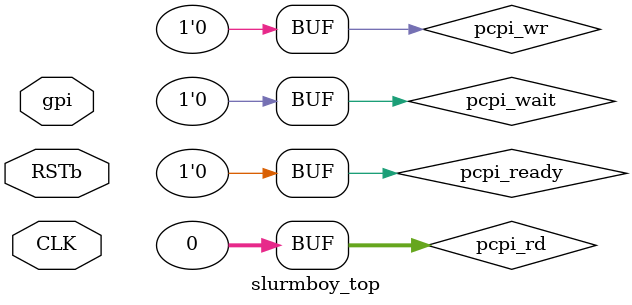
<source format=v>
/* vim: set et ts=4 sw=4: */

/*
  --  -- -- ----- ---- ----  -- -- --
 / / / / / / /o )/ \/ \| o )/  \|| //
 \ \/ / / / /  (/ ^  ^ \  (  o /||//
 / /  --\  / /\ \/ \/ \/ o )  / / /
 ----------------  -- --------  --

slurmboy_top.v: top level

License: MIT License

Copyright 2023 J.R.Sharp

Permission is hereby granted, free of charge, to any person obtaining a copy of
this software and associated documentation files (the "Software"), to deal in
the Software without restriction, including without limitation the rights to
use, copy, modify, merge, publish, distribute, sublicense, and/or sell copies
of the Software, and to permit persons to whom the Software is furnished to do
so, subject to the following conditions:

The above copyright notice and this permission notice shall be included in all
copies or substantial portions of the Software.

THE SOFTWARE IS PROVIDED "AS IS", WITHOUT WARRANTY OF ANY KIND, EXPRESS OR
IMPLIED, INCLUDING BUT NOT LIMITED TO THE WARRANTIES OF MERCHANTABILITY,
FITNESS FOR A PARTICULAR PURPOSE AND NONINFRINGEMENT. IN NO EVENT SHALL THE
AUTHORS OR COPYRIGHT HOLDERS BE LIABLE FOR ANY CLAIM, DAMAGES OR OTHER
LIABILITY, WHETHER IN AN ACTION OF CONTRACT, TORT OR OTHERWISE, ARISING FROM,
OUT OF OR IN CONNECTION WITH THE SOFTWARE OR THE USE OR OTHER DEALINGS IN THE
SOFTWARE.

*/

module slurmboy_top (
    input CLK,
    input RSTb,

    /* buttons */
    input  [5:0] gpi 

    /* Pins for external memory interfaces go here */


    /* Audio output */ 

    /* Display output */

);


wire trap;

wire        mem_axi_awvalid;
wire        mem_axi_awready;
wire [31:0] mem_axi_awaddr;
wire [ 2:0] mem_axi_awprot;

wire        mem_axi_wvalid;
wire        mem_axi_wready;
wire [31:0] mem_axi_wdata;
wire [ 3:0] mem_axi_wstrb;

wire        mem_axi_bvalid;
wire        mem_axi_bready;

wire        mem_axi_arvalid;
wire        mem_axi_arready;
wire [31:0] mem_axi_araddr;
wire [ 2:0] mem_axi_arprot;

wire         mem_axi_rvalid;
wire         mem_axi_rready;
wire  [31:0] mem_axi_rdata;

// Pico Co-Processor Interface (PCPI)
wire        pcpi_valid;
wire [31:0] pcpi_insn;
wire [31:0] pcpi_rs1;
wire [31:0] pcpi_rs2;
reg         pcpi_wr = 1'b0;
reg  [31:0] pcpi_rd = 32'd0;
reg         pcpi_wait = 1'b0;
reg         pcpi_ready = 1'b0;

// IRQ interface
reg  [31:0] irq;
wire [31:0] eoi;

// Trace Interface
wire        trace_valid;
wire [35:0] trace_data;


picorv32_axi #(
    	.ENABLE_COUNTERS(0),
		.ENABLE_COUNTERS64(0),
		.ENABLE_REGS_16_31(0),
		.ENABLE_REGS_DUALPORT(0),
		.TWO_STAGE_SHIFT(1),
		.BARREL_SHIFTER(0),
		.TWO_CYCLE_COMPARE(0),
		.TWO_CYCLE_ALU(0),
		.COMPRESSED_ISA(0),
		.CATCH_MISALIGN(0),
		.CATCH_ILLINSN(1),
		.ENABLE_PCPI(0),
		.ENABLE_MUL(0),
		.ENABLE_FAST_MUL(0),
		.ENABLE_DIV(0),
		.ENABLE_IRQ(0),
		.ENABLE_IRQ_QREGS(1),
		.ENABLE_IRQ_TIMER(1),
		.ENABLE_TRACE(0),
		.REGS_INIT_ZERO(0),
		.MASKED_IRQ(32'h 0000_0000),
		.LATCHED_IRQ(32'h 0000_0000),
		.PROGADDR_RESET(32'h 0000_0000),
		.PROGADDR_IRQ(32'h 0000_0010),
		.STACKADDR(32'h 1000_03fc)
)
cpu0
(
	CLK, RSTb,
	trap,

	// AXI4-lite master memory interface

	mem_axi_awvalid,
	mem_axi_awready,
	mem_axi_awaddr,
	mem_axi_awprot,

	mem_axi_wvalid,
	mem_axi_wready,
	mem_axi_wdata,
	mem_axi_wstrb,

	mem_axi_bvalid,
	mem_axi_bready,

	mem_axi_arvalid,
	mem_axi_arready,
	mem_axi_araddr,
	mem_axi_arprot,

	mem_axi_rvalid,
	mem_axi_rready,
	mem_axi_rdata,

	// Pico Co-Processor Interface (PCPI)
	pcpi_valid,
	pcpi_insn,
	pcpi_rs1,
	pcpi_rs2,
	pcpi_wr,
	pcpi_rd,
	pcpi_wait,
	pcpi_ready,

	// IRQ interface
	irq,
	eoi,

	// Trace Interface
	trace_valid,
	trace_data

);

memory_controller mem0 (
    CLK,
    RSTb,

    /* AXI4 Lite device memory interface to CPU */

    mem_axi_awvalid,
	mem_axi_awready,
	mem_axi_awaddr,
	mem_axi_awprot,

	mem_axi_wvalid,
	mem_axi_wready,
	mem_axi_wdata,
	mem_axi_wstrb,

	mem_axi_bvalid,
	mem_axi_bready,

	mem_axi_arvalid,
	mem_axi_arready,
	mem_axi_araddr,
	mem_axi_arprot,

	mem_axi_rvalid,
	mem_axi_rready,
	mem_axi_rdata

);


endmodule

</source>
